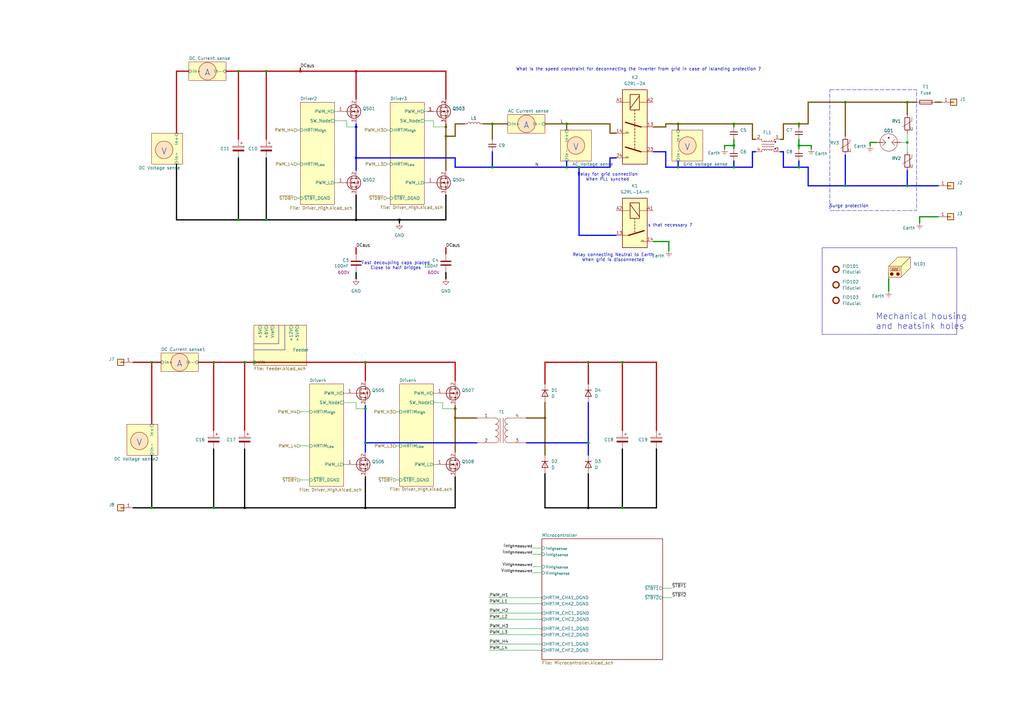
<source format=kicad_sch>
(kicad_sch (version 20250114) (generator "eeschema") (generator_version "9.0")
  (paper "A3")
  (title_block (title "Micro-inverter - 400W") (date "2024-02-06") (rev "A") (comment 1 "JAL") (comment 2 "JAL") (comment 3 "JAL") (comment 4 "PREL"))
  (lib_symbols
    (symbol "Connector_Generic:Conn_01x01" (pin_names (offset 1.016) (hide yes))
      (property "Reference" "J" (at 0 2.54 0))
      (property "Value" "Conn_01x01" (at 0 -2.54 0))
      (symbol "Conn_01x01_1_1"
        (pin passive line (at -5.08 0 0) (length 3.81) (name "Pin_1") (number "1"))
      )
    )
    (symbol "Device:C" (pin_numbers (hide yes)) (pin_names (offset 0.254))
      (property "Reference" "C" (at 0.635 2.54 0))
      (property "Value" "C" (at 0.635 -2.54 0))
      (symbol "C_1_1"
        (pin passive line (at 0 3.81 270) (length 2.794) (name "~") (number "1"))
        (pin passive line (at 0 -3.81 90) (length 2.794) (name "~") (number "2"))
      )
    )
    (symbol "Device:C_Polarized" (pin_numbers (hide yes)) (pin_names (offset 0.254))
      (property "Reference" "C" (at 0.635 2.54 0))
      (property "Value" "C_Polarized" (at 0.635 -2.54 0))
      (symbol "C_Polarized_1_1"
        (pin passive line (at 0 3.81 270) (length 2.794) (name "~") (number "1"))
        (pin passive line (at 0 -3.81 90) (length 2.794) (name "~") (number "2"))
      )
    )
    (symbol "Device:C_Small" (pin_numbers (hide yes)) (pin_names (offset 0.254) (hide yes))
      (property "Reference" "C" (at 0.254 1.778 0))
      (property "Value" "C_Small" (at 0.254 -2.032 0))
      (symbol "C_Small_1_1"
        (pin passive line (at 0 2.54 270) (length 2.032) (name "~") (number "1"))
        (pin passive line (at 0 -2.54 90) (length 2.032) (name "~") (number "2"))
      )
    )
    (symbol "Device:D" (pin_numbers (hide yes)) (pin_names (offset 1.016) (hide yes))
      (property "Reference" "D" (at 0 2.54 0))
      (property "Value" "D" (at 0 -2.54 0))
      (symbol "D_1_1"
        (pin passive line (at -3.81 0 0) (length 2.54) (name "K") (number "1"))
        (pin passive line (at 3.81 0 180) (length 2.54) (name "A") (number "2"))
      )
    )
    (symbol "Device:Filter_EMI_CommonMode" (pin_names (offset 0.254) (hide yes))
      (property "Reference" "FL" (at 0 4.445 0))
      (property "Value" "Filter_EMI_CommonMode" (at 0 -4.445 0))
      (symbol "Filter_EMI_CommonMode_1_1"
        (pin passive line (at -5.08 2.54 0) (length 2.54) (name "1") (number "1"))
        (pin passive line (at -5.08 -2.54 0) (length 2.54) (name "3") (number "3"))
        (pin passive line (at 5.08 2.54 180) (length 2.54) (name "2") (number "2"))
        (pin passive line (at 5.08 -2.54 180) (length 2.54) (name "4") (number "4"))
      )
    )
    (symbol "Device:Fuse" (pin_numbers (hide yes)) (pin_names (offset 0))
      (property "Reference" "F" (at 2.032 0 90))
      (property "Value" "Fuse" (at -1.905 0 90))
      (symbol "Fuse_1_1"
        (pin passive line (at 0 3.81 270) (length 1.27) (name "~") (number "1"))
        (pin passive line (at 0 -3.81 90) (length 1.27) (name "~") (number "2"))
      )
    )
    (symbol "Device:GDT_2Pin" (pin_numbers (hide yes))
      (property "Reference" "GD" (at 5.08 0 90))
      (property "Value" "GDT_2Pin" (at 7.62 0 90))
      (symbol "GDT_2Pin_1_1"
        (pin passive line (at 0 5.08 270) (length 2.54) (name "~") (number "3"))
        (pin passive line (at 0 -5.08 90) (length 2.54) (name "~") (number "1"))
      )
    )
    (symbol "Device:L" (pin_numbers (hide yes)) (pin_names (offset 1.016) (hide yes))
      (property "Reference" "L" (at -1.27 0 90))
      (property "Value" "L" (at 1.905 0 90))
      (symbol "L_1_1"
        (pin passive line (at 0 3.81 270) (length 1.27) (name "1") (number "1"))
        (pin passive line (at 0 -3.81 90) (length 1.27) (name "2") (number "2"))
      )
    )
    (symbol "Device:Transformer_1P_1S" (pin_names (offset 1.016) (hide yes))
      (property "Reference" "T" (at 0 6.35 0))
      (property "Value" "Transformer_1P_1S" (at 0 -7.62 0))
      (symbol "Transformer_1P_1S_1_1"
        (pin passive line (at -10.16 5.08 0) (length 7.62) (name "AA") (number "1"))
        (pin passive line (at -10.16 -5.08 0) (length 7.62) (name "AB") (number "2"))
        (pin passive line (at 10.16 5.08 180) (length 7.62) (name "SB") (number "4"))
        (pin passive line (at 10.16 -5.08 180) (length 7.62) (name "SA") (number "3"))
      )
    )
    (symbol "Device:Varistor" (pin_numbers (hide yes)) (pin_names (offset 0))
      (property "Reference" "RV" (at 3.175 0 90))
      (property "Value" "Varistor" (at -3.175 0 90))
      (symbol "Varistor_0_0"
        (text "U" (at -1.778 -2.032 0) (effects (font (size 1.27 1.27))))
      )
      (symbol "Varistor_1_1"
        (pin passive line (at 0 3.81 270) (length 1.27) (name "~") (number "1"))
        (pin passive line (at 0 -3.81 90) (length 1.27) (name "~") (number "2"))
      )
    )
    (symbol "GND_1" (power) (pin_numbers (hide yes)) (pin_names (offset 0) (hide yes))
      (property "Value" "GND" (at 0 -3.81 0))
      (symbol "GND_1_1_1"
        (pin power_in line (at 0 0 270) (length 0) (name "~") (number "1"))
      )
    )
    (symbol "Mechanical:Fiducial"
      (property "Reference" "FID" (at 0 5.08 0))
      (property "Value" "Fiducial" (at 0 3.175 0))
    )
    (symbol "Mechanical:Housing_Pad" (pin_numbers (hide yes)) (pin_names (offset 1.016) (hide yes))
      (property "Reference" "N" (at 4.445 0 0))
      (property "Value" "Housing_Pad" (at 4.445 -1.905 0))
      (symbol "Housing_Pad_1_1"
        (pin input line (at -5.08 -5.08 90) (length 2.54) (name "PAD") (number "1"))
      )
    )
    (symbol "Relay:G2RL-1A-H"
      (property "Reference" "K" (at 11.43 3.81 0))
      (property "Value" "G2RL-1A-H" (at 11.43 1.27 0))
      (symbol "G2RL-1A-H_1_1"
        (pin passive line (at -5.08 7.62 270) (length 2.54) (name "~") (number "A1"))
        (pin passive line (at -5.08 -7.62 90) (length 2.54) (name "~") (number "A2"))
        (pin passive line (at 5.08 -7.62 90) (length 2.54) (name "~") (number "13"))
        (pin passive line (at 7.62 7.62 270) (length 2.54) (name "~") (number "14"))
      )
    )
    (symbol "Relay:G2RL-2A"
      (property "Reference" "K" (at 16.51 3.81 0))
      (property "Value" "G2RL-2A" (at 16.51 1.27 0))
      (symbol "G2RL-2A_1_1"
        (pin passive line (at -10.16 7.62 270) (length 2.54) (name "~") (number "A1"))
        (pin passive line (at -10.16 -7.62 90) (length 2.54) (name "~") (number "A2"))
        (pin passive line (at 0 -7.62 90) (length 2.54) (name "~") (number "13"))
        (pin passive line (at 2.54 7.62 270) (length 2.54) (name "~") (number "14"))
        (pin passive line (at 10.16 -7.62 90) (length 2.54) (name "~") (number "23"))
        (pin passive line (at 12.7 7.62 270) (length 2.54) (name "~") (number "24"))
      )
    )
    (symbol "Transistor_FET:QM6006D" (pin_names (hide yes))
      (property "Reference" "Q" (at 5.08 1.905 0))
      (property "Value" "QM6006D" (at 5.08 0 0))
      (symbol "QM6006D_1_1"
        (pin input line (at -5.08 0 0) (length 2.54) (name "G") (number "1"))
        (pin passive line (at 2.54 5.08 270) (length 2.54) (name "D") (number "2"))
        (pin passive line (at 2.54 -5.08 90) (length 2.54) (name "S") (number "3"))
      )
    )
    (symbol "power:Earth" (power) (pin_numbers (hide yes)) (pin_names (offset 0) (hide yes))
      (property "Value" "Earth" (at 0 -3.81 0))
      (symbol "Earth_1_1"
        (pin power_in line (at 0 0 270) (length 0) (name "~") (number "1"))
      )
    )
  )
  (circle (center 57.15 180.848) (radius 3.5921) (stroke (width 0) (color 132 0 0 1)) (fill (type color) (color 255 229 191 1)))
  (circle (center 73.66 148.59) (radius 3.5921) (stroke (width 0) (color 132 0 0 1)) (fill (type color) (color 255 229 191 1)))
  (rectangle (start 337.185 101.6) (end 392.43 137.16))
  (circle (center 281.94 59.69) (radius 3.5921) (stroke (width 0) (color 132 0 0 1)) (fill (type color) (color 255 229 191 1)))
  (circle (center 67.31 61.468) (radius 3.5921) (stroke (width 0) (color 132 0 0 1)) (fill (type color) (color 255 229 191 1)))
  (circle (center 85.09 29.21) (radius 3.5921) (stroke (width 0) (color 132 0 0 1)) (fill (type color) (color 255 229 191 1)))
  (rectangle (start 340.36 36.83) (end 375.92 86.36) (stroke (width 0) (type dash)))
  (circle (center 215.9 50.8) (radius 3.5921) (stroke (width 0) (color 132 0 0 1)) (fill (type color) (color 255 229 191 1)))
  (circle (center 236.22 59.69) (radius 3.5921) (stroke (width 0) (color 132 0 0 1)) (fill (type color) (color 255 229 191 1)))
  (text "What is the speed constraint for deconnecting the inverter from grid in case of islanding protection ? " (at 262.382 28.448 0) (effects (font (size 1.27 1.27))))
  (text "Is that necessary ?" (at 274.574 92.456 0) (effects (font (size 1.27 1.27))))
  (text "Relay connecting Neutral to Earth\nWhen grid is disconnected" (at 251.46 105.664 0) (effects (font (size 1.27 1.27))))
  (text "Relay for grid connection\nWhen PLL synched" (at 249.174 72.644 0) (effects (font (size 1.27 1.27))))
  (text "Fast decoupling caps placed\nClose to half bridges" (at 162.306 108.966 0) (effects (font (size 1.27 1.27))))
  (text "Surge protection" (at 348.234 84.582 0) (effects (font (size 1.27 1.27))))
  (text "V" (at 281.94 60.452 0) (effects (font (size 2.54 2.54))))
  (text "A" (at 73.66 149.352 0) (effects (font (size 2.54 2.54))))
  (text "V" (at 236.22 60.452 0) (effects (font (size 2.54 2.54))))
  (text "V" (at 67.31 62.23 0) (effects (font (size 2.54 2.54))))
  (text "Mechanical housing \nand heatsink holes" (at 359.156 135.382 0) (effects (font (size 2.5 2.5)) (justify left bottom)))
  (text "V" (at 57.15 181.61 0) (effects (font (size 2.54 2.54))))
  (text "A" (at 215.9 51.562 0) (effects (font (size 2.54 2.54))))
  (text "A" (at 85.09 29.972 0) (effects (font (size 2.54 2.54))))
  (junction (at 232.41 50.8))
  (junction (at 149.86 167.64))
  (junction (at 149.86 148.59))
  (junction (at 87.63 208.28))
  (junction (at 104.14 148.59))
  (junction (at 300.99 59.69))
  (junction (at 97.79 29.21))
  (junction (at 300.99 50.8))
  (junction (at 146.05 29.21) (color 194 0 0 1))
  (junction (at 146.05 90.17) (color 0 0 0 1))
  (junction (at 123.19 29.21) (color 194 0 0 1))
  (junction (at 346.71 76.2))
  (junction (at 109.22 90.17))
  (junction (at 100.33 208.28) (color 0 0 0 1))
  (junction (at 100.33 148.59))
  (junction (at 241.3 208.28) (color 0 0 0 1))
  (junction (at 241.3 148.59))
  (junction (at 149.86 208.28) (color 0 0 0 1))
  (junction (at 182.88 52.07) (color 128 77 0 1))
  (junction (at 346.71 41.91))
  (junction (at 186.69 171.45) (color 128 77 0 1))
  (junction (at 201.93 68.58))
  (junction (at 62.23 208.28))
  (junction (at 278.13 50.8))
  (junction (at 182.88 55.88) (color 128 77 0 1))
  (junction (at 87.63 148.59))
  (junction (at 149.86 181.61))
  (junction (at 109.22 29.21))
  (junction (at 327.66 59.69))
  (junction (at 223.52 171.45) (color 128 77 0 1))
  (junction (at 241.3 181.61))
  (junction (at 300.99 68.58))
  (junction (at 62.23 148.59))
  (junction (at 278.13 68.58))
  (junction (at 146.05 64.77) (color 0 0 255 1))
  (junction (at 372.11 41.91))
  (junction (at 255.27 148.59))
  (junction (at 201.93 50.8))
  (junction (at 232.41 68.58))
  (junction (at 186.69 167.64) (color 128 77 0 1))
  (junction (at 163.83 90.17) (color 0 0 0 1))
  (junction (at 327.66 50.8))
  (junction (at 237.49 68.58))
  (junction (at 372.11 76.2))
  (junction (at 372.11 58.42))
  (junction (at 146.05 52.07) (color 0 0 255 1))
  (junction (at 97.79 90.17))
  (junction (at 327.66 68.58))
  (junction (at 255.27 208.28))
  (wire (pts (xy 186.69 171.45) (xy 195.58 171.45)) (stroke (width 0.5) (color 128 77 0 1)))
  (wire (pts (xy 255.27 208.28) (xy 269.24 208.28)) (stroke (width 0.5) (color 0 0 0 1)))
  (polyline (pts (xy 104.14 140.97) (xy 114.3 140.97)))
  (wire (pts (xy 383.54 41.91) (xy 386.08 41.91)) (stroke (width 0.5) (color 128 77 0 1)))
  (wire (pts (xy 182.88 50.8) (xy 182.88 52.07)) (stroke (width 0.5) (color 128 77 0 1)))
  (wire (pts (xy 237.49 68.58) (xy 237.49 96.52)) (stroke (width 0.5) (color 0 0 255 1)))
  (wire (pts (xy 346.71 41.91) (xy 372.11 41.91)) (stroke (width 0.5) (color 128 77 0 1)))
  (wire (pts (xy 186.69 55.88) (xy 186.69 50.8)) (stroke (width 0.5) (color 128 77 0 1)))
  (wire (pts (xy 54.61 208.28) (xy 62.23 208.28)) (stroke (width 0.5) (color 0 0 0 1)))
  (wire (pts (xy 142.24 52.07) (xy 146.05 52.07)))
  (wire (pts (xy 269.24 176.53) (xy 269.24 148.59)) (stroke (width 0.5) (color 194 0 0 1)))
  (wire (pts (xy 223.52 148.59) (xy 241.3 148.59)) (stroke (width 0.5) (color 194 0 0 1)))
  (wire (pts (xy 54.61 148.59) (xy 62.23 148.59)) (stroke (width 0.5) (color 194 0 0 1)))
  (wire (pts (xy 149.86 181.61) (xy 149.86 185.42)) (stroke (width 0.5) (color 0 0 255 1)))
  (wire (pts (xy 300.99 59.69) (xy 300.99 60.96)) (stroke (width 0.5)))
  (wire (pts (xy 123.19 196.85) (xy 127 196.85)))
  (wire (pts (xy 181.61 165.1) (xy 181.61 167.64)))
  (wire (pts (xy 241.3 148.59) (xy 241.3 157.48)) (stroke (width 0.5) (color 194 0 0 1)))
  (wire (pts (xy 72.39 29.21) (xy 72.39 54.61)) (stroke (width 0.5) (color 194 0 0 1)))
  (wire (pts (xy 200.66 247.65) (xy 222.25 247.65)))
  (wire (pts (xy 186.69 64.77) (xy 186.69 68.58)) (stroke (width 0.5) (color 0 0 255 1)))
  (wire (pts (xy 359.41 58.42) (xy 356.87 58.42)) (stroke (width 0.5)))
  (wire (pts (xy 372.11 41.91) (xy 372.11 46.99)) (stroke (width 0.5) (color 128 77 0 1)))
  (wire (pts (xy 372.11 62.23) (xy 372.11 58.42)))
  (wire (pts (xy 182.88 80.01) (xy 182.88 90.17)) (stroke (width 0.5) (color 0 0 0 1)))
  (wire (pts (xy 223.52 50.8) (xy 232.41 50.8)) (stroke (width 0.5) (color 128 77 0 1)))
  (wire (pts (xy 146.05 50.8) (xy 146.05 52.07)) (stroke (width 0.5) (color 0 0 255 1)))
  (wire (pts (xy 177.8 161.29) (xy 179.07 161.29)))
  (wire (pts (xy 201.93 68.58) (xy 232.41 68.58)) (stroke (width 0.5) (color 0 0 255 1)))
  (wire (pts (xy 163.83 90.17) (xy 163.83 91.44)) (stroke (width 0.5) (color 0 0 0 1)))
  (wire (pts (xy 142.24 49.53) (xy 142.24 52.07)))
  (wire (pts (xy 109.22 90.17) (xy 146.05 90.17)) (stroke (width 0.5) (color 0 0 0 1)))
  (wire (pts (xy 232.41 50.8) (xy 250.19 50.8)) (stroke (width 0.5) (color 128 77 0 1)))
  (wire (pts (xy 278.13 50.8) (xy 278.13 53.34)) (stroke (width 0.5) (color 128 77 0 1)))
  (wire (pts (xy 158.75 81.28) (xy 160.02 81.28)))
  (wire (pts (xy 372.11 58.42) (xy 369.57 58.42)))
  (wire (pts (xy 123.19 67.31) (xy 121.92 67.31)))
  (wire (pts (xy 327.66 50.8) (xy 327.66 52.07)) (stroke (width 0.5) (color 128 77 0 1)))
  (wire (pts (xy 182.88 29.21) (xy 182.88 40.64)) (stroke (width 0.5) (color 194 0 0 1)))
  (wire (pts (xy 364.49 114.3) (xy 364.49 119.38)) (stroke (width 0.5)))
  (wire (pts (xy 97.79 29.21) (xy 109.22 29.21)) (stroke (width 0.5) (color 194 0 0 1)))
  (wire (pts (xy 201.93 50.8) (xy 208.28 50.8)) (stroke (width 0.5) (color 128 77 0 1)))
  (wire (pts (xy 327.66 57.15) (xy 327.66 59.69)) (stroke (width 0.5)))
  (wire (pts (xy 97.79 64.77) (xy 97.79 90.17)) (stroke (width 0.5) (color 0 0 0 1)))
  (wire (pts (xy 331.47 76.2) (xy 331.47 68.58)) (stroke (width 0.5) (color 0 0 255 1)))
  (wire (pts (xy 255.27 148.59) (xy 241.3 148.59)) (stroke (width 0.5) (color 194 0 0 1)))
  (wire (pts (xy 121.92 81.28) (xy 123.19 81.28)))
  (wire (pts (xy 297.18 59.69) (xy 300.99 59.69)) (stroke (width 0.5)))
  (wire (pts (xy 273.05 68.58) (xy 278.13 68.58)) (stroke (width 0.5) (color 0 0 255 1)))
  (wire (pts (xy 87.63 148.59) (xy 100.33 148.59)) (stroke (width 0.5) (color 194 0 0 1)))
  (wire (pts (xy 218.44 234.95) (xy 222.25 234.95)))
  (polyline (pts (xy 116.84 133.35) (xy 116.84 143.51)))
  (wire (pts (xy 297.18 59.69) (xy 297.18 60.96)) (stroke (width 0.5)))
  (wire (pts (xy 267.97 62.23) (xy 273.05 62.23)) (stroke (width 0.5) (color 0 0 255 1)))
  (wire (pts (xy 255.27 208.28) (xy 255.27 184.15)) (stroke (width 0.5) (color 0 0 0 1)))
  (wire (pts (xy 186.69 166.37) (xy 186.69 167.64)) (stroke (width 0.5) (color 128 77 0 1)))
  (wire (pts (xy 146.05 111.76) (xy 146.05 114.3)) (stroke (width 0.5) (color 0 0 0 1)))
  (wire (pts (xy 149.86 195.58) (xy 149.86 208.28)) (stroke (width 0.5) (color 0 0 0 1)))
  (wire (pts (xy 308.61 57.15) (xy 308.61 50.8)) (stroke (width 0.5) (color 128 77 0 1)))
  (wire (pts (xy 200.66 260.35) (xy 222.25 260.35)))
  (wire (pts (xy 200.66 245.11) (xy 222.25 245.11)))
  (wire (pts (xy 321.31 57.15) (xy 321.31 50.8)) (stroke (width 0.5) (color 128 77 0 1)))
  (wire (pts (xy 137.16 74.93) (xy 138.43 74.93)))
  (wire (pts (xy 123.19 53.34) (xy 121.92 53.34)))
  (wire (pts (xy 149.86 166.37) (xy 149.86 167.64)) (stroke (width 0.5) (color 0 0 255 1)))
  (wire (pts (xy 232.41 66.04) (xy 232.41 68.58)) (stroke (width 0.5) (color 0 0 255 1)))
  (wire (pts (xy 72.39 29.21) (xy 77.47 29.21)) (stroke (width 0.5) (color 194 0 0 1)))
  (wire (pts (xy 177.8 52.07) (xy 182.88 52.07)))
  (wire (pts (xy 327.66 66.04) (xy 327.66 68.58)) (stroke (width 0.5) (color 0 0 255 1)))
  (wire (pts (xy 218.44 232.41) (xy 222.25 232.41)))
  (wire (pts (xy 177.8 165.1) (xy 181.61 165.1)))
  (wire (pts (xy 100.33 208.28) (xy 149.86 208.28)) (stroke (width 0.5) (color 0 0 0 1)))
  (wire (pts (xy 186.69 167.64) (xy 186.69 171.45)) (stroke (width 0.5) (color 128 77 0 1)))
  (wire (pts (xy 300.99 50.8) (xy 300.99 52.07)) (stroke (width 0.5) (color 128 77 0 1)))
  (wire (pts (xy 146.05 64.77) (xy 146.05 69.85)) (stroke (width 0.5) (color 0 0 255 1)))
  (wire (pts (xy 321.31 62.23) (xy 320.04 62.23)) (stroke (width 0.5) (color 0 0 255 1)))
  (wire (pts (xy 223.52 208.28) (xy 241.3 208.28)) (stroke (width 0.5) (color 0 0 0 1)))
  (wire (pts (xy 186.69 68.58) (xy 201.93 68.58)) (stroke (width 0.5) (color 0 0 255 1)))
  (wire (pts (xy 109.22 64.77) (xy 109.22 90.17)) (stroke (width 0.5) (color 0 0 0 1)))
  (wire (pts (xy 62.23 148.59) (xy 66.04 148.59)) (stroke (width 0.5) (color 194 0 0 1)))
  (wire (pts (xy 250.19 54.61) (xy 252.73 54.61)) (stroke (width 0.5) (color 128 77 0 1)))
  (wire (pts (xy 327.66 68.58) (xy 321.31 68.58)) (stroke (width 0.5) (color 0 0 255 1)))
  (wire (pts (xy 372.11 69.85) (xy 372.11 76.2)) (stroke (width 0.5) (color 0 0 255 1)))
  (wire (pts (xy 331.47 41.91) (xy 331.47 50.8)) (stroke (width 0.5) (color 128 77 0 1)))
  (wire (pts (xy 278.13 50.8) (xy 300.99 50.8)) (stroke (width 0.5) (color 128 77 0 1)))
  (wire (pts (xy 146.05 167.64) (xy 149.86 167.64)))
  (wire (pts (xy 146.05 80.01) (xy 146.05 90.17)) (stroke (width 0.5) (color 0 0 0 1)))
  (wire (pts (xy 200.66 254) (xy 222.25 254)))
  (wire (pts (xy 127 182.88) (xy 123.19 182.88)))
  (wire (pts (xy 271.78 245.11) (xy 275.59 245.11)))
  (wire (pts (xy 308.61 57.15) (xy 309.88 57.15)) (stroke (width 0.5) (color 128 77 0 1)))
  (wire (pts (xy 346.71 76.2) (xy 372.11 76.2)) (stroke (width 0.5) (color 0 0 255 1)))
  (wire (pts (xy 232.41 68.58) (xy 237.49 68.58)) (stroke (width 0.5) (color 0 0 255 1)))
  (wire (pts (xy 97.79 57.15) (xy 97.79 29.21)) (stroke (width 0.5) (color 194 0 0 1)))
  (wire (pts (xy 241.3 181.61) (xy 215.9 181.61)) (stroke (width 0.5) (color 0 0 255 1)))
  (wire (pts (xy 97.79 90.17) (xy 109.22 90.17)) (stroke (width 0.5) (color 0 0 0 1)))
  (wire (pts (xy 127 168.91) (xy 123.19 168.91)))
  (wire (pts (xy 72.39 90.17) (xy 72.39 67.31)) (stroke (width 0.5) (color 0 0 0 1)))
  (wire (pts (xy 332.74 59.69) (xy 332.74 60.96)) (stroke (width 0.5)))
  (wire (pts (xy 250.19 68.58) (xy 250.19 64.77)) (stroke (width 0.5) (color 0 0 255 1)))
  (wire (pts (xy 273.05 50.8) (xy 278.13 50.8)) (stroke (width 0.5) (color 128 77 0 1)))
  (wire (pts (xy 146.05 29.21) (xy 182.88 29.21)) (stroke (width 0.5) (color 194 0 0 1)))
  (wire (pts (xy 123.19 27.94) (xy 123.19 29.21)) (stroke (width 0.5) (color 194 0 0 1)))
  (wire (pts (xy 140.97 165.1) (xy 146.05 165.1)))
  (wire (pts (xy 163.83 168.91) (xy 162.56 168.91)))
  (wire (pts (xy 377.19 88.9) (xy 377.19 91.44)) (stroke (width 0.5)))
  (wire (pts (xy 356.87 58.42) (xy 356.87 59.69)) (stroke (width 0.5)))
  (wire (pts (xy 149.86 181.61) (xy 195.58 181.61)) (stroke (width 0.5) (color 0 0 255 1)))
  (wire (pts (xy 274.32 102.87) (xy 274.32 99.06)) (stroke (width 0.5)))
  (wire (pts (xy 320.04 57.15) (xy 321.31 57.15)) (stroke (width 0.5) (color 128 77 0 1)))
  (wire (pts (xy 308.61 62.23) (xy 309.88 62.23)) (stroke (width 0.5) (color 0 0 255 1)))
  (wire (pts (xy 72.39 90.17) (xy 97.79 90.17)) (stroke (width 0.5) (color 0 0 0 1)))
  (wire (pts (xy 223.52 194.31) (xy 223.52 208.28)) (stroke (width 0.5) (color 0 0 0 1)))
  (wire (pts (xy 109.22 29.21) (xy 123.19 29.21)) (stroke (width 0.5) (color 194 0 0 1)))
  (wire (pts (xy 160.02 53.34) (xy 158.75 53.34)))
  (wire (pts (xy 269.24 184.15) (xy 269.24 208.28)) (stroke (width 0.5) (color 0 0 0 1)))
  (wire (pts (xy 100.33 148.59) (xy 104.14 148.59)) (stroke (width 0.5) (color 194 0 0 1)))
  (wire (pts (xy 300.99 68.58) (xy 308.61 68.58)) (stroke (width 0.5) (color 0 0 255 1)))
  (wire (pts (xy 241.3 194.31) (xy 241.3 208.28)) (stroke (width 0.5) (color 0 0 0 1)))
  (wire (pts (xy 223.52 171.45) (xy 215.9 171.45)) (stroke (width 0.5) (color 128 77 0 1)))
  (wire (pts (xy 201.93 50.8) (xy 201.93 57.15)) (stroke (width 0.5) (color 128 77 0 1)))
  (wire (pts (xy 149.86 208.28) (xy 186.69 208.28)) (stroke (width 0.5) (color 0 0 0 1)))
  (wire (pts (xy 218.44 224.79) (xy 222.25 224.79)))
  (wire (pts (xy 81.28 148.59) (xy 87.63 148.59)) (stroke (width 0.5) (color 194 0 0 1)))
  (wire (pts (xy 232.41 50.8) (xy 232.41 53.34)) (stroke (width 0.5) (color 128 77 0 1)))
  (wire (pts (xy 274.32 99.06) (xy 267.97 99.06)) (stroke (width 0.5)))
  (wire (pts (xy 149.86 148.59) (xy 186.69 148.59)) (stroke (width 0.5) (color 194 0 0 1)))
  (wire (pts (xy 186.69 171.45) (xy 186.69 185.42)) (stroke (width 0.5) (color 128 77 0 1)))
  (wire (pts (xy 267.97 52.07) (xy 273.05 52.07)) (stroke (width 0.5) (color 128 77 0 1)))
  (wire (pts (xy 321.31 62.23) (xy 321.31 68.58)) (stroke (width 0.5) (color 0 0 255 1)))
  (wire (pts (xy 186.69 50.8) (xy 190.5 50.8)) (stroke (width 0.5) (color 128 77 0 1)))
  (wire (pts (xy 149.86 167.64) (xy 149.86 181.61)) (stroke (width 0.5) (color 0 0 255 1)))
  (wire (pts (xy 273.05 52.07) (xy 273.05 50.8)) (stroke (width 0.5) (color 128 77 0 1)))
  (wire (pts (xy 160.02 67.31) (xy 158.75 67.31)))
  (wire (pts (xy 241.3 165.1) (xy 241.3 181.61)) (stroke (width 0.5) (color 0 0 255 1)))
  (wire (pts (xy 62.23 208.28) (xy 87.63 208.28)) (stroke (width 0.5) (color 0 0 0 1)))
  (wire (pts (xy 331.47 41.91) (xy 346.71 41.91)) (stroke (width 0.5) (color 128 77 0 1)))
  (wire (pts (xy 308.61 68.58) (xy 308.61 62.23)) (stroke (width 0.5) (color 0 0 255 1)))
  (wire (pts (xy 186.69 195.58) (xy 186.69 208.28)) (stroke (width 0.5) (color 0 0 0 1)))
  (wire (pts (xy 271.78 241.3) (xy 275.59 241.3)))
  (wire (pts (xy 332.74 59.69) (xy 327.66 59.69)) (stroke (width 0.5)))
  (wire (pts (xy 182.88 111.76) (xy 182.88 114.3)) (stroke (width 0.5) (color 0 0 0 1)))
  (wire (pts (xy 255.27 148.59) (xy 269.24 148.59)) (stroke (width 0.5) (color 194 0 0 1)))
  (wire (pts (xy 200.66 266.7) (xy 222.25 266.7)))
  (wire (pts (xy 200.66 251.46) (xy 222.25 251.46)))
  (wire (pts (xy 229.87 50.8) (xy 232.41 50.8)))
  (wire (pts (xy 109.22 57.15) (xy 109.22 29.21)) (stroke (width 0.5) (color 194 0 0 1)))
  (wire (pts (xy 223.52 171.45) (xy 223.52 186.69)) (stroke (width 0.5) (color 128 77 0 1)))
  (wire (pts (xy 273.05 62.23) (xy 273.05 68.58)) (stroke (width 0.5) (color 0 0 255 1)))
  (wire (pts (xy 173.99 49.53) (xy 177.8 49.53)))
  (wire (pts (xy 327.66 68.58) (xy 331.47 68.58)) (stroke (width 0.5) (color 0 0 255 1)))
  (wire (pts (xy 372.11 41.91) (xy 375.92 41.91)) (stroke (width 0.5) (color 128 77 0 1)))
  (wire (pts (xy 218.44 227.33) (xy 222.25 227.33)))
  (wire (pts (xy 186.69 148.59) (xy 186.69 156.21)) (stroke (width 0.5) (color 194 0 0 1)))
  (wire (pts (xy 149.86 148.59) (xy 149.86 156.21)) (stroke (width 0.5) (color 194 0 0 1)))
  (wire (pts (xy 372.11 54.61) (xy 372.11 58.42)))
  (wire (pts (xy 255.27 176.53) (xy 255.27 148.59)) (stroke (width 0.5) (color 194 0 0 1)))
  (wire (pts (xy 331.47 76.2) (xy 346.71 76.2)) (stroke (width 0.5) (color 0 0 255 1)))
  (wire (pts (xy 182.88 55.88) (xy 186.69 55.88)) (stroke (width 0.5) (color 128 77 0 1)))
  (wire (pts (xy 140.97 190.5) (xy 142.24 190.5)))
  (wire (pts (xy 198.12 50.8) (xy 201.93 50.8)) (stroke (width 0.5) (color 128 77 0 1)))
  (wire (pts (xy 321.31 50.8) (xy 327.66 50.8)) (stroke (width 0.5) (color 128 77 0 1)))
  (wire (pts (xy 177.8 190.5) (xy 179.07 190.5)))
  (wire (pts (xy 250.19 64.77) (xy 252.73 64.77)) (stroke (width 0.5) (color 0 0 255 1)))
  (wire (pts (xy 200.66 257.81) (xy 222.25 257.81)))
  (wire (pts (xy 62.23 148.59) (xy 62.23 173.99)) (stroke (width 0.5) (color 194 0 0 1)))
  (wire (pts (xy 123.19 29.21) (xy 146.05 29.21)) (stroke (width 0.5) (color 194 0 0 1)))
  (wire (pts (xy 87.63 208.28) (xy 87.63 184.15)) (stroke (width 0.5) (color 0 0 0 1)))
  (wire (pts (xy 384.81 88.9) (xy 377.19 88.9)) (stroke (width 0.5)))
  (wire (pts (xy 146.05 90.17) (xy 163.83 90.17)) (stroke (width 0.5) (color 0 0 0 1)))
  (wire (pts (xy 146.05 167.64) (xy 146.05 165.1)))
  (wire (pts (xy 92.71 29.21) (xy 97.79 29.21)) (stroke (width 0.5) (color 194 0 0 1)))
  (wire (pts (xy 300.99 50.8) (xy 308.61 50.8)) (stroke (width 0.5) (color 128 77 0 1)))
  (wire (pts (xy 146.05 64.77) (xy 186.69 64.77)) (stroke (width 0.5) (color 0 0 255 1)))
  (wire (pts (xy 104.14 148.59) (xy 149.86 148.59)) (stroke (width 0.5) (color 194 0 0 1)))
  (polyline (pts (xy 114.3 133.35) (xy 114.3 140.97)))
  (wire (pts (xy 100.33 208.28) (xy 87.63 208.28)) (stroke (width 0.5) (color 0 0 0 1)))
  (wire (pts (xy 162.56 196.85) (xy 163.83 196.85)))
  (wire (pts (xy 223.52 148.59) (xy 223.52 157.48)) (stroke (width 0.5) (color 194 0 0 1)))
  (wire (pts (xy 173.99 74.93) (xy 175.26 74.93)))
  (polyline (pts (xy 104.14 143.51) (xy 116.84 143.51)))
  (wire (pts (xy 300.99 57.15) (xy 300.99 59.69)) (stroke (width 0.5)))
  (wire (pts (xy 237.49 68.58) (xy 250.19 68.58)) (stroke (width 0.5) (color 0 0 255 1)))
  (wire (pts (xy 182.88 55.88) (xy 182.88 69.85)) (stroke (width 0.5) (color 128 77 0 1)))
  (wire (pts (xy 100.33 184.15) (xy 100.33 208.28)) (stroke (width 0.5) (color 0 0 0 1)))
  (wire (pts (xy 372.11 76.2) (xy 384.81 76.2)) (stroke (width 0.5) (color 0 0 255 1)))
  (wire (pts (xy 327.66 50.8) (xy 331.47 50.8)) (stroke (width 0.5) (color 128 77 0 1)))
  (wire (pts (xy 241.3 181.61) (xy 241.3 186.69)) (stroke (width 0.5) (color 0 0 255 1)))
  (wire (pts (xy 146.05 101.6) (xy 146.05 104.14)) (stroke (width 0.5) (color 194 0 0 1)))
  (wire (pts (xy 137.16 45.72) (xy 138.43 45.72)))
  (wire (pts (xy 146.05 29.21) (xy 146.05 40.64)) (stroke (width 0.5) (color 194 0 0 1)))
  (wire (pts (xy 149.86 167.64) (xy 149.86 166.37)))
  (wire (pts (xy 346.71 63.5) (xy 346.71 76.2)) (stroke (width 0.5) (color 0 0 255 1)))
  (wire (pts (xy 300.99 66.04) (xy 300.99 68.58)) (stroke (width 0.5) (color 0 0 255 1)))
  (wire (pts (xy 346.71 41.91) (xy 346.71 55.88)) (stroke (width 0.5) (color 128 77 0 1)))
  (wire (pts (xy 327.66 59.69) (xy 327.66 60.96)) (stroke (width 0.5)))
  (wire (pts (xy 201.93 62.23) (xy 201.93 68.58)) (stroke (width 0.5) (color 0 0 255 1)))
  (wire (pts (xy 87.63 176.53) (xy 87.63 148.59)) (stroke (width 0.5) (color 194 0 0 1)))
  (wire (pts (xy 163.83 90.17) (xy 182.88 90.17)) (stroke (width 0.5) (color 0 0 0 1)))
  (wire (pts (xy 177.8 49.53) (xy 177.8 52.07)))
  (wire (pts (xy 181.61 167.64) (xy 186.69 167.64)))
  (wire (pts (xy 62.23 208.28) (xy 62.23 186.69)) (stroke (width 0.5) (color 0 0 0 1)))
  (wire (pts (xy 140.97 161.29) (xy 142.24 161.29)))
  (wire (pts (xy 182.88 101.6) (xy 182.88 104.14)) (stroke (width 0.5) (color 194 0 0 1)))
  (wire (pts (xy 241.3 208.28) (xy 255.27 208.28)) (stroke (width 0.5) (color 0 0 0 1)))
  (wire (pts (xy 100.33 176.53) (xy 100.33 148.59)) (stroke (width 0.5) (color 194 0 0 1)))
  (wire (pts (xy 182.88 52.07) (xy 182.88 55.88)) (stroke (width 0.5) (color 128 77 0 1)))
  (wire (pts (xy 137.16 49.53) (xy 142.24 49.53)))
  (wire (pts (xy 250.19 50.8) (xy 250.19 54.61)) (stroke (width 0.5) (color 128 77 0 1)))
  (wire (pts (xy 163.83 182.88) (xy 162.56 182.88)))
  (wire (pts (xy 223.52 165.1) (xy 223.52 171.45)) (stroke (width 0.5) (color 128 77 0 1)))
  (wire (pts (xy 237.49 96.52) (xy 252.73 96.52)) (stroke (width 0.5) (color 0 0 255 1)))
  (wire (pts (xy 146.05 52.07) (xy 146.05 64.77)) (stroke (width 0.5) (color 0 0 255 1)))
  (wire (pts (xy 173.99 45.72) (xy 175.26 45.72)))
  (wire (pts (xy 278.13 66.04) (xy 278.13 68.58)) (stroke (width 0.5) (color 0 0 255 1)))
  (wire (pts (xy 200.66 264.16) (xy 222.25 264.16)))
  (wire (pts (xy 278.13 68.58) (xy 300.99 68.58)) (stroke (width 0.5) (color 0 0 255 1)))
  (label "I_{IHighmeasured}" (at 218.44 224.79 180))
  (label "PWM_L3" (at 200.66 260.35 0))
  (label "I_{IIHighmeasured}" (at 218.44 227.33 180))
  (label "DC_{BUS}" (at 123.19 27.94 0))
  (label "PWM_H1" (at 200.66 245.11 0))
  (label "N" (at 220.98 68.58 180))
  (label "V_{IHighmeasured}" (at 218.44 232.41 180))
  (label "~{STBY1}" (at 275.59 241.3 0))
  (label "DC_{BUS}" (at 182.88 101.6 0))
  (label "PWM_L4" (at 200.66 266.7 0))
  (label "DC_{BUS}" (at 146.05 101.6 0))
  (label "PWM_H2" (at 200.66 251.46 0))
  (label "PWM_H4" (at 200.66 264.16 0))
  (label "PWM_L2" (at 200.66 254 0))
  (label "~{STBY2}" (at 275.59 245.11 0))
  (label "L" (at 229.87 50.8 0))
  (label "PWM_H3" (at 200.66 257.81 0))
  (label "V_{IIHighmeasured}" (at 218.44 234.95 180))
  (label "PWM_L1" (at 200.66 247.65 0))
  (hierarchical_label "~{STDBY}" (shape input) (at 158.75 81.28 180))
  (hierarchical_label "PWM_L3" (shape input) (at 158.75 67.31 180))
  (hierarchical_label "PWM_H3" (shape input) (at 158.75 53.34 180))
  (hierarchical_label "PWM_L4" (shape input) (at 123.19 182.88 180))
  (hierarchical_label "PWM_H4" (shape input) (at 123.19 168.91 180))
  (hierarchical_label "PWM_H4" (shape input) (at 121.92 53.34 180))
  (hierarchical_label "~{STDBY}" (shape input) (at 162.56 196.85 180))
  (hierarchical_label "~{STDBY}" (shape input) (at 121.92 81.28 180))
  (hierarchical_label "~{STDBY}" (shape input) (at 123.19 196.85 180))
  (hierarchical_label "PWM_L3" (shape input) (at 162.56 182.88 180))
  (hierarchical_label "PWM_H3" (shape input) (at 162.56 168.91 180))
  (hierarchical_label "PWM_L4" (shape input) (at 121.92 67.31 180))
  (symbol (lib_id "Transistor_FET:QM6006D") (at 143.51 74.93 0) (unit 1)
    (property "Reference" "Q502" (at 148.717 73.7616 0) (effects (justify left)))
    (property "Value" "IPD60R210PFD7SAUMA1" (effects (hide yes)))
    (property "Footprint" "Package_TO_SOT_SMD:TO-252-2" (effects (hide yes)))
    (property "Datasheet" "${KIPRJMOD}\\datasheets\\IPD60R210PFD7S.pdf" (effects (hide yes)))
  )
  (symbol (lib_id "Transistor_FET:QM6006D") (at 180.34 45.72 0) (unit 1)
    (property "Reference" "Q503" (at 185.547 44.5516 0) (effects (justify left)))
    (property "Value" "IPD60R210PFD7SAUMA1" (effects (hide yes)))
    (property "Footprint" "Package_TO_SOT_SMD:TO-252-2" (effects (hide yes)))
    (property "Datasheet" "${KIPRJMOD}\\datasheets\\IPD60R210PFD7S.pdf" (effects (hide yes)))
  )
  (symbol (lib_id "Device:C_Small") (at 327.66 54.61 0) (mirror y) (unit 1)
    (property "Reference" "C7" (at 325.12 53.3462 0) (effects (justify left)))
    (property "Value" "C_Small" (effects (hide yes)))
    (property "Description" "Unpolarized capacitor, small symbol" (effects (hide yes)))
  )
  (symbol (lib_id "Device:C_Small") (at 300.99 54.61 0) (unit 1)
    (property "Reference" "C5" (at 303.53 53.3462 0) (effects (justify left)))
    (property "Value" "C_Small" (effects (hide yes)))
    (property "Description" "Unpolarized capacitor, small symbol" (effects (hide yes)))
  )
  (symbol (lib_id "Transistor_FET:QM6006D") (at 147.32 190.5 0) (unit 1)
    (property "Reference" "Q506" (at 152.527 189.3316 0) (effects (justify left)))
    (property "Value" "IPD60R210PFD7SAUMA1" (effects (hide yes)))
    (property "Footprint" "Package_TO_SOT_SMD:TO-252-2" (effects (hide yes)))
    (property "Datasheet" "${KIPRJMOD}\\datasheets\\IPD60R210PFD7S.pdf" (effects (hide yes)))
  )
  (symbol (lib_id "Device:Filter_EMI_CommonMode") (at 314.96 59.69 0) (mirror y) (unit 1)
    (property "Reference" "FL1" (at 314.706 54.356 0))
    (property "Value" "Filter_EMI_CommonMode" (effects (hide yes)))
    (property "Description" "EMI 2-inductor common mode filter" (effects (hide yes)))
  )
  (symbol (lib_id "Device:Varistor") (at 372.11 50.8 0) (mirror y) (unit 1)
    (property "Reference" "RV1" (at 369.57 49.7099 0) (effects (justify left)))
    (property "Value" "Varistor" (effects (hide yes)))
    (property "Description" "Voltage dependent resistor" (effects (hide yes)))
    (property "Sim.Name" "kicad_builtin_varistor" (effects (hide yes)))
    (property "Sim.Device" "SUBCKT" (effects (hide yes)))
    (property "Sim.Pins" "1=A 2=B" (effects (hide yes)))
    (property "Sim.Params" "threshold=1k" (effects (hide yes)))
    (property "Sim.Library" "${KICAD9_SYMBOL_DIR}/Simulation_SPICE.sp" (effects (hide yes)))
  )
  (symbol (lib_id "Device:C_Polarized") (at 109.22 60.96 0) (mirror y) (unit 1)
    (property "Reference" "C10" (at 105.664 60.96 0) (effects (justify left)))
    (property "Value" "C_Polarized" (effects (hide yes)))
    (property "Description" "Polarized capacitor" (effects (hide yes)))
  )
  (symbol (lib_id "Connector_Generic:Conn_01x01") (at 391.16 41.91 0) (unit 1)
    (property "Reference" "J1" (at 393.7 40.6399 0) (effects (justify left)))
    (property "Value" "Conn_01x01" (effects (hide yes)))
    (property "Description" "Generic connector, single row, 01x01, script generated (kicad-library-utils/schlib/autogen/connector/)" (effects (hide yes)))
  )
  (symbol (lib_id "Transistor_FET:QM6006D") (at 180.34 74.93 0) (unit 1)
    (property "Reference" "Q504" (at 185.547 73.7616 0) (effects (justify left)))
    (property "Value" "IPD60R210PFD7SAUMA1" (effects (hide yes)))
    (property "Footprint" "Package_TO_SOT_SMD:TO-252-2" (effects (hide yes)))
    (property "Datasheet" "${KIPRJMOD}\\datasheets\\IPD60R210PFD7S.pdf" (effects (hide yes)))
  )
  (symbol (lib_id "power:Earth") (at 274.32 102.87 0) (unit 1)
    (property "Reference" "#PWR03" (effects (hide yes)))
    (property "Value" "Earth" (at 270.002 104.902 0))
    (property "Description" "Power symbol creates a global label with name \"Earth\"" (effects (hide yes)))
  )
  (symbol (lib_id "Device:C_Small") (at 327.66 63.5 0) (mirror y) (unit 1)
    (property "Reference" "C8" (at 325.12 62.2362 0) (effects (justify left)))
    (property "Value" "C_Small" (effects (hide yes)))
    (property "Description" "Unpolarized capacitor, small symbol" (effects (hide yes)))
  )
  (symbol (lib_id "Device:C_Small") (at 201.93 59.69 0) (unit 1)
    (property "Reference" "C9" (at 204.47 59.69 0) (effects (justify left)))
    (property "Value" "C_Small" (effects (hide yes)))
    (property "Description" "Unpolarized capacitor, small symbol" (effects (hide yes)))
  )
  (symbol (lib_id "Device:L") (at 194.31 50.8 90) (unit 1)
    (property "Reference" "L1" (at 194.31 48.514 90))
    (property "Value" "L" (effects (hide yes)))
    (property "Description" "Inductor" (effects (hide yes)))
  )
  (symbol (lib_id "Device:Transformer_1P_1S") (at 205.74 176.53 0) (unit 1)
    (property "Reference" "T1" (at 205.74 168.91 0))
    (property "Value" "Transformer_1P_1S" (effects (hide yes)))
    (property "Description" "Transformer, single primary, single secondary" (effects (hide yes)))
  )
  (symbol (lib_id "power:Earth") (at 364.49 119.38 0) (unit 1)
    (property "Reference" "#PWR016" (effects (hide yes)))
    (property "Value" "Earth" (at 360.172 121.412 0))
    (property "Description" "Power symbol creates a global label with name \"Earth\"" (effects (hide yes)))
  )
  (symbol (lib_id "Device:C_Small") (at 300.99 63.5 0) (unit 1)
    (property "Reference" "C6" (at 303.53 62.2362 0) (effects (justify left)))
    (property "Value" "C_Small" (effects (hide yes)))
    (property "Description" "Unpolarized capacitor, small symbol" (effects (hide yes)))
  )
  (symbol (lib_id "Device:C_Polarized") (at 87.63 180.34 0) (mirror y) (unit 1)
    (property "Reference" "C16" (at 84.074 180.34 0) (effects (justify left)))
    (property "Value" "C_Polarized" (effects (hide yes)))
    (property "Description" "Polarized capacitor" (effects (hide yes)))
  )
  (symbol (lib_id "power:Earth") (at 377.19 91.44 0) (unit 1)
    (property "Reference" "#PWR05" (effects (hide yes)))
    (property "Value" "Earth" (at 372.872 93.472 0))
    (property "Description" "Power symbol creates a global label with name \"Earth\"" (effects (hide yes)))
  )
  (symbol (lib_id "Mechanical:Fiducial") (at 342.9 116.84 0) (unit 1)
    (property "Reference" "FID102" (at 345.44 115.57 0) (effects (justify left)))
    (property "Value" "Fiducial" (at 345.44 118.11 0) (effects (justify left)))
    (property "Footprint" "Fiducial:Fiducial_1mm_Mask2mm" (effects (hide yes)))
    (property "Description" "Fiducial Marker" (effects (hide yes)))
  )
  (symbol (lib_name "GND_1") (lib_id "power:GND") (at 182.88 114.3 0) (unit 1)
    (property "Reference" "#PWR012" (effects (hide yes)))
    (property "Value" "GND" (at 182.88 119.38 0))
    (property "Description" "Power symbol creates a global label with name \"GND\" , ground" (effects (hide yes)))
  )
  (symbol (lib_id "Connector_Generic:Conn_01x01") (at 389.89 76.2 0) (unit 1)
    (property "Reference" "J2" (at 392.43 74.9299 0) (effects (justify left)))
    (property "Value" "Conn_01x01" (effects (hide yes)))
    (property "Description" "Generic connector, single row, 01x01, script generated (kicad-library-utils/schlib/autogen/connector/)" (effects (hide yes)))
  )
  (symbol (lib_id "Device:C_Polarized") (at 255.27 180.34 0) (mirror y) (unit 1)
    (property "Reference" "C18" (at 251.714 180.34 0) (effects (justify left)))
    (property "Value" "C_Polarized" (effects (hide yes)))
    (property "Description" "Polarized capacitor" (effects (hide yes)))
  )
  (symbol (lib_id "Connector_Generic:Conn_01x01") (at 389.89 88.9 0) (unit 1)
    (property "Reference" "J3" (at 392.43 87.6299 0) (effects (justify left)))
    (property "Value" "Conn_01x01" (effects (hide yes)))
    (property "Description" "Generic connector, single row, 01x01, script generated (kicad-library-utils/schlib/autogen/connector/)" (effects (hide yes)))
  )
  (symbol (lib_id "power:Earth") (at 332.74 60.96 0) (mirror y) (unit 1)
    (property "Reference" "#PWR01" (effects (hide yes)))
    (property "Value" "Earth" (at 336.804 62.992 0))
    (property "Description" "Power symbol creates a global label with name \"Earth\"" (effects (hide yes)))
  )
  (symbol (lib_id "Device:D") (at 241.3 190.5 270) (unit 1)
    (property "Reference" "D3" (at 243.84 189.2299 90) (effects (justify left)))
    (property "Value" "D" (at 243.84 191.7699 90) (effects (justify left)))
    (property "Description" "Diode" (effects (hide yes)))
    (property "Sim.Device" "D" (effects (hide yes)))
    (property "Sim.Pins" "1=K 2=A" (effects (hide yes)))
  )
  (symbol (lib_id "Mechanical:Fiducial") (at 342.9 110.49 0) (unit 1)
    (property "Reference" "FID101" (at 345.44 109.22 0) (effects (justify left)))
    (property "Value" "Fiducial" (at 345.44 111.506 0) (effects (justify left)))
    (property "Footprint" "Fiducial:Fiducial_1mm_Mask2mm" (effects (hide yes)))
    (property "Description" "Fiducial Marker" (effects (hide yes)))
  )
  (symbol (lib_id "Device:C_Polarized") (at 269.24 180.34 0) (mirror y) (unit 1)
    (property "Reference" "C19" (at 265.684 180.34 0) (effects (justify left)))
    (property "Value" "C_Polarized" (effects (hide yes)))
    (property "Description" "Polarized capacitor" (effects (hide yes)))
  )
  (symbol (lib_id "power:Earth") (at 297.18 60.96 0) (unit 1)
    (property "Reference" "#PWR02" (effects (hide yes)))
    (property "Value" "Earth" (at 292.862 62.738 0))
    (property "Description" "Power symbol creates a global label with name \"Earth\"" (effects (hide yes)))
  )
  (symbol (lib_id "Device:D") (at 241.3 161.29 270) (unit 1)
    (property "Reference" "D4" (at 243.84 160.0199 90) (effects (justify left)))
    (property "Value" "D" (at 243.84 162.5599 90) (effects (justify left)))
    (property "Description" "Diode" (effects (hide yes)))
    (property "Sim.Device" "D" (effects (hide yes)))
    (property "Sim.Pins" "1=K 2=A" (effects (hide yes)))
  )
  (symbol (lib_id "Device:C_Polarized") (at 97.79 60.96 0) (mirror y) (unit 1)
    (property "Reference" "C11" (at 94.234 60.96 0) (effects (justify left)))
    (property "Value" "C_Polarized" (effects (hide yes)))
    (property "Description" "Polarized capacitor" (effects (hide yes)))
  )
  (symbol (lib_id "Transistor_FET:QM6006D") (at 184.15 190.5 0) (unit 1)
    (property "Reference" "Q508" (at 189.357 189.3316 0) (effects (justify left)))
    (property "Value" "IPD60R210PFD7SAUMA1" (effects (hide yes)))
    (property "Footprint" "Package_TO_SOT_SMD:TO-252-2" (effects (hide yes)))
    (property "Datasheet" "${KIPRJMOD}\\datasheets\\IPD60R210PFD7S.pdf" (effects (hide yes)))
  )
  (symbol (lib_id "Device:C") (at 146.05 107.95 0) (mirror y) (unit 1)
    (property "Reference" "C3" (at 143.129 106.7816 0) (effects (justify left)))
    (property "Value" "100nF" (at 143.129 109.093 0) (effects (justify left)))
    (property "Footprint" "Capacitor_SMD:C_1210_3225Metric" (effects (hide yes)))
    (property "manf#" "C1206C103K2RAC" (effects (hide yes)))
    (property "VRating" "600V" (at 140.97 111.76 0))
    (property "Functional Block" "Power" (effects (hide yes)))
    (property "Subfunction" "Decoupling Capacitor" (effects (hide yes)))
    (property "Package" "1210" (effects (hide yes)))
    (property "Dielectric" "X7R" (effects (hide yes)))
    (property "Voltage" "200V" (effects (hide yes)))
  )
  (symbol (lib_name "GND_1") (lib_id "power:GND") (at 146.05 114.3 0) (unit 1)
    (property "Reference" "#PWR011" (effects (hide yes)))
    (property "Value" "GND" (at 146.05 119.38 0))
    (property "Description" "Power symbol creates a global label with name \"GND\" , ground" (effects (hide yes)))
  )
  (symbol (lib_id "Relay:G2RL-2A") (at 260.35 52.07 90) (mirror x) (unit 1)
    (property "Reference" "K2" (at 260.35 31.75 90))
    (property "Value" "G2RL-2A" (at 260.35 34.29 90))
    (property "Footprint" "Relay_THT:Relay_DPST_Omron_G2RL-2A" (effects (hide yes)))
    (property "Datasheet" "https://omronfs.omron.com/en_US/ecb/products/pdf/en-g2rl.pdf" (effects (hide yes)))
    (property "Description" "General Purpose Low Profile Relay DPST Through Hole, Omron G2RL series, Normally Open,  8A 250VAC" (effects (hide yes)))
  )
  (symbol (lib_id "Device:Varistor") (at 346.71 59.69 0) (mirror y) (unit 1)
    (property "Reference" "RV3" (at 344.17 58.5999 0) (effects (justify left)))
    (property "Value" "Varistor" (effects (hide yes)))
    (property "Description" "Voltage dependent resistor" (effects (hide yes)))
    (property "Sim.Name" "kicad_builtin_varistor" (effects (hide yes)))
    (property "Sim.Device" "SUBCKT" (effects (hide yes)))
    (property "Sim.Pins" "1=A 2=B" (effects (hide yes)))
    (property "Sim.Params" "threshold=1k" (effects (hide yes)))
    (property "Sim.Library" "${KICAD9_SYMBOL_DIR}/Simulation_SPICE.sp" (effects (hide yes)))
  )
  (symbol (lib_id "Mechanical:Fiducial") (at 342.9 123.19 0) (unit 1)
    (property "Reference" "FID103" (at 345.44 121.92 0) (effects (justify left)))
    (property "Value" "Fiducial" (at 345.44 124.46 0) (effects (justify left)))
    (property "Footprint" "Fiducial:Fiducial_1mm_Mask2mm" (effects (hide yes)))
    (property "Description" "Fiducial Marker" (effects (hide yes)))
  )
  (symbol (lib_id "Mechanical:Housing_Pad") (at 369.57 109.22 0) (unit 1)
    (property "Reference" "N101" (at 374.65 108.2674 0) (effects (justify left)))
    (property "Value" "Housing_Pad" (effects (hide yes)))
    (property "Footprint" "Footprints:Guard_ring" (effects (hide yes)))
    (property "DNP" "x" (effects (hide yes)))
  )
  (symbol (lib_id "Transistor_FET:QM6006D") (at 184.15 161.29 0) (unit 1)
    (property "Reference" "Q507" (at 189.357 160.1216 0) (effects (justify left)))
    (property "Value" "IPD60R210PFD7SAUMA1" (effects (hide yes)))
    (property "Footprint" "Package_TO_SOT_SMD:TO-252-2" (effects (hide yes)))
    (property "Datasheet" "${KIPRJMOD}\\datasheets\\IPD60R210PFD7S.pdf" (effects (hide yes)))
  )
  (symbol (lib_id "Transistor_FET:QM6006D") (at 147.32 161.29 0) (unit 1)
    (property "Reference" "Q505" (at 152.527 160.1216 0) (effects (justify left)))
    (property "Value" "IPD60R210PFD7SAUMA1" (effects (hide yes)))
    (property "Footprint" "Package_TO_SOT_SMD:TO-252-2" (effects (hide yes)))
    (property "Datasheet" "${KIPRJMOD}\\datasheets\\IPD60R210PFD7S.pdf" (effects (hide yes)))
  )
  (symbol (lib_id "Device:D") (at 223.52 190.5 270) (unit 1)
    (property "Reference" "D2" (at 226.06 189.2299 90) (effects (justify left)))
    (property "Value" "D" (at 226.06 191.7699 90) (effects (justify left)))
    (property "Description" "Diode" (effects (hide yes)))
    (property "Sim.Device" "D" (effects (hide yes)))
    (property "Sim.Pins" "1=K 2=A" (effects (hide yes)))
  )
  (symbol (lib_id "Device:Varistor") (at 372.11 66.04 0) (mirror y) (unit 1)
    (property "Reference" "RV2" (at 369.57 64.9499 0) (effects (justify left)))
    (property "Value" "Varistor" (effects (hide yes)))
    (property "Description" "Voltage dependent resistor" (effects (hide yes)))
    (property "Sim.Name" "kicad_builtin_varistor" (effects (hide yes)))
    (property "Sim.Device" "SUBCKT" (effects (hide yes)))
    (property "Sim.Pins" "1=A 2=B" (effects (hide yes)))
    (property "Sim.Params" "threshold=1k" (effects (hide yes)))
    (property "Sim.Library" "${KICAD9_SYMBOL_DIR}/Simulation_SPICE.sp" (effects (hide yes)))
  )
  (symbol (lib_name "GND_1") (lib_id "power:GND") (at 163.83 91.44 0) (unit 1)
    (property "Reference" "#PWR08" (effects (hide yes)))
    (property "Value" "GND" (at 163.83 96.52 0))
    (property "Description" "Power symbol creates a global label with name \"GND\" , ground" (effects (hide yes)))
  )
  (symbol (lib_id "Relay:G2RL-1A-H") (at 260.35 91.44 270) (unit 1)
    (property "Reference" "K1" (at 260.35 76.2 90))
    (property "Value" "G2RL-1A-H" (at 260.35 78.74 90))
    (property "Footprint" "Relay_THT:Relay_SPST_Omron_G2RL-1A" (effects (hide yes)))
    (property "Datasheet" "https://omronfs.omron.com/en_US/ecb/products/pdf/en-g2rl.pdf" (effects (hide yes)))
    (property "Description" "General Purpose Low Profile Relay SPST Through Hole, Omron G2RL series, Normally Open, High Sensitivity, 10A 250VAC" (effects (hide yes)))
  )
  (symbol (lib_id "Device:D") (at 223.52 161.29 270) (unit 1)
    (property "Reference" "D1" (at 226.06 160.0199 90) (effects (justify left)))
    (property "Value" "D" (at 226.06 162.5599 90) (effects (justify left)))
    (property "Description" "Diode" (effects (hide yes)))
    (property "Sim.Device" "D" (effects (hide yes)))
    (property "Sim.Pins" "1=K 2=A" (effects (hide yes)))
  )
  (symbol (lib_id "Connector_Generic:Conn_01x01") (at 49.53 148.59 0) (mirror y) (unit 1)
    (property "Reference" "J7" (at 46.99 147.3199 0) (effects (justify left)))
    (property "Value" "Conn_01x01" (effects (hide yes)))
    (property "Description" "Generic connector, single row, 01x01, script generated (kicad-library-utils/schlib/autogen/connector/)" (effects (hide yes)))
  )
  (symbol (lib_id "Connector_Generic:Conn_01x01") (at 49.53 208.28 0) (mirror y) (unit 1)
    (property "Reference" "J8" (at 46.99 207.0099 0) (effects (justify left)))
    (property "Value" "Conn_01x01" (effects (hide yes)))
    (property "Description" "Generic connector, single row, 01x01, script generated (kicad-library-utils/schlib/autogen/connector/)" (effects (hide yes)))
  )
  (symbol (lib_id "Device:GDT_2Pin") (at 364.49 58.42 270) (mirror x) (unit 1)
    (property "Reference" "GD1" (at 364.49 53.594 90))
    (property "Value" "GDT_2Pin" (effects (hide yes)))
    (property "Description" "Gas Discharge Tube with 2 Pins" (effects (hide yes)))
  )
  (symbol (lib_id "Transistor_FET:QM6006D") (at 143.51 45.72 0) (unit 1)
    (property "Reference" "Q501" (at 148.717 44.5516 0) (effects (justify left)))
    (property "Value" "IPD60R210PFD7SAUMA1" (effects (hide yes)))
    (property "Footprint" "Package_TO_SOT_SMD:TO-252-2" (effects (hide yes)))
    (property "Datasheet" "${KIPRJMOD}\\datasheets\\IPD60R210PFD7S.pdf" (effects (hide yes)))
  )
  (symbol (lib_id "Device:C") (at 182.88 107.95 0) (mirror y) (unit 1)
    (property "Reference" "C4" (at 179.959 106.7816 0) (effects (justify left)))
    (property "Value" "100nF" (at 179.959 109.093 0) (effects (justify left)))
    (property "Footprint" "Capacitor_SMD:C_1210_3225Metric" (effects (hide yes)))
    (property "manf#" "C1206C103K2RAC" (effects (hide yes)))
    (property "VRating" "600V" (at 177.8 111.76 0))
    (property "Functional Block" "Power" (effects (hide yes)))
    (property "Subfunction" "Decoupling Capacitor" (effects (hide yes)))
    (property "Package" "1210" (effects (hide yes)))
    (property "Dielectric" "X7R" (effects (hide yes)))
    (property "Voltage" "200V" (effects (hide yes)))
  )
  (symbol (lib_id "Device:Fuse") (at 379.73 41.91 90) (unit 1)
    (property "Reference" "F1" (at 379.73 35.56 90))
    (property "Value" "Fuse" (at 379.73 38.1 90))
    (property "Description" "Fuse" (effects (hide yes)))
  )
  (symbol (lib_id "Device:C_Polarized") (at 100.33 180.34 0) (mirror y) (unit 1)
    (property "Reference" "C17" (at 96.774 180.34 0) (effects (justify left)))
    (property "Value" "C_Polarized" (effects (hide yes)))
    (property "Description" "Polarized capacitor" (effects (hide yes)))
  )
  (symbol (lib_id "power:Earth") (at 356.87 59.69 0) (unit 1)
    (property "Reference" "#PWR017" (effects (hide yes)))
    (property "Value" "Earth" (at 352.806 59.944 0))
    (property "Description" "Power symbol creates a global label with name \"Earth\"" (effects (hide yes)))
  )
  (sheet (at 66.04 144.78) (size 15.24 7.62) (stroke (width 0.1524)) (fill (color 255 255 194 1.0000))
    (property "Sheetname" "DC Current sense1" (at 66.04 144.0684 0) (effects (justify left bottom)))
    (property "Sheetfile" "current.kicad_sch" (effects (hide yes)))
    (pin "In+" input (at 66.04 148.59 180))
    (pin "In-" input (at 81.28 148.59 0))
  )
  (sheet (at 77.47 25.4) (size 15.24 7.62) (stroke (width 0.1524)) (fill (color 255 255 194 1.0000))
    (property "Sheetname" "DC Current sense" (at 77.47 24.6884 0) (effects (justify left bottom)))
    (property "Sheetfile" "current.kicad_sch" (effects (hide yes)))
    (pin "In+" input (at 77.47 29.21 180))
    (pin "In-" input (at 92.71 29.21 0))
  )
  (sheet (at 163.83 157.48) (size 13.97 41.91) (stroke (width 0.1524)) (fill (color 255 255 194 1.0000))
    (property "Sheetname" "Driver4" (at 163.83 156.7684 0) (effects (justify left bottom)))
    (property "Sheetfile" "Driver_High.kicad_sch" (at 159.766 199.898 0) (effects (justify left top)))
    (pin "PWM_L" output (at 177.8 190.5 0))
    (pin "PWM_H" output (at 177.8 161.29 0))
    (pin "SW_Node" passive (at 177.8 165.1 0))
    (pin "~{STBY}_DGND" input (at 163.83 196.85 180))
    (pin "HRTIM_{High}" input (at 163.83 168.91 180))
    (pin "HRTIM_{Low}" input (at 163.83 182.88 180))
  )
  (sheet (at 275.59 53.34) (size 12.7 12.7) (stroke (width 0.1524)) (fill (color 255 255 194 1.0000))
    (property "Sheetname" "Grid Voltage sense" (at 280.162 68.072 0) (effects (justify left bottom)))
    (property "Sheetfile" "low_side_voltage.kicad_sch" (effects (hide yes)))
    (pin "In+" input (at 278.13 53.34 90))
    (pin "In-" input (at 278.13 66.04 270))
  )
  (sheet (at 222.25 220.98) (size 49.53 49.53) (stroke (width 0.1524))
    (property "Sheetname" "Microcontroller" (at 222.25 220.2684 0) (effects (justify left bottom)))
    (property "Sheetfile" "Microcontroller.kicad_sch" (at 222.25 271.0946 0) (effects (justify left top)))
    (pin "HRTIM_CHA2_DGND" output (at 222.25 247.65 180))
    (pin "HRTIM_CHA1_DGND" output (at 222.25 245.11 180))
    (pin "HRTIM_CHC1_DGND" output (at 222.25 251.46 180))
    (pin "HRTIM_CHC2_DGND" output (at 222.25 254 180))
    (pin "V_{IIHighsense}" input (at 222.25 234.95 180))
    (pin "V_{IHighsense}" input (at 222.25 232.41 180))
    (pin "I_{IHighsense}" input (at 222.25 224.79 180))
    (pin "I_{IIHighsense}" input (at 222.25 227.33 180))
    (pin "~{STBY1}" output (at 271.78 241.3 0))
    (pin "~{STBY2}" output (at 271.78 245.11 0))
    (pin "HRTIM_CHE1_DGND" output (at 222.25 257.81 180))
    (pin "HRTIM_CHE2_DGND" output (at 222.25 260.35 180))
    (pin "HRTIM_CHF1_DGND" output (at 222.25 264.16 180))
    (pin "HRTIM_CHF2_DGND" output (at 222.25 266.7 180))
  )
  (sheet (at 160.02 41.91) (size 13.97 41.91) (stroke (width 0.1524)) (fill (color 255 255 194 1.0000))
    (property "Sheetname" "Driver3" (at 160.02 41.1984 0) (effects (justify left bottom)))
    (property "Sheetfile" "Driver_High.kicad_sch" (at 155.956 84.328 0) (effects (justify left top)))
    (pin "PWM_L" output (at 173.99 74.93 0))
    (pin "PWM_H" output (at 173.99 45.72 0))
    (pin "SW_Node" passive (at 173.99 49.53 0))
    (pin "~{STBY}_DGND" input (at 160.02 81.28 180))
    (pin "HRTIM_{High}" input (at 160.02 53.34 180))
    (pin "HRTIM_{Low}" input (at 160.02 67.31 180))
  )
  (sheet (at 127 157.48) (size 13.97 41.91) (stroke (width 0.1524)) (fill (color 255 255 194 1.0000))
    (property "Sheetname" "Driver4" (at 127 156.7684 0) (effects (justify left bottom)))
    (property "Sheetfile" "Driver_High.kicad_sch" (at 122.682 200.152 0) (effects (justify left top)))
    (pin "PWM_L" output (at 140.97 190.5 0))
    (pin "PWM_H" output (at 140.97 161.29 0))
    (pin "SW_Node" passive (at 140.97 165.1 0))
    (pin "~{STBY}_DGND" input (at 127 196.85 180))
    (pin "HRTIM_{High}" input (at 127 168.91 180))
    (pin "HRTIM_{Low}" input (at 127 182.88 180))
  )
  (sheet (at 62.23 54.61) (size 12.7 12.7) (stroke (width 0.1524)) (fill (color 255 255 194 1.0000))
    (property "Sheetname" "DC Voltage sense" (at 56.896 69.596 0) (effects (justify left bottom)))
    (property "Sheetfile" "low_side_voltage.kicad_sch" (effects (hide yes)))
    (pin "In+" input (at 72.39 54.61 90))
    (pin "In-" input (at 72.39 67.31 270))
  )
  (sheet (at 104.14 133.35) (size 21.59 16.51) (stroke (width 0.1524)) (fill (color 255 255 194 1.0000))
    (property "Sheetname" "Feeder" (at 120.142 144.272 0) (effects (justify left bottom)))
    (property "Sheetfile" "Feeder.kicad_sch" (at 104.14 150.4446 0) (effects (justify left top)))
    (pin "+5V" output (at 106.68 133.35 90))
    (pin "+5VP" output (at 121.92 133.35 90))
    (pin "+6V" output (at 109.22 133.35 90))
    (pin "+12V" output (at 119.38 133.35 90))
    (pin "VIN" input (at 104.14 148.59 180))
    (pin "Vref" output (at 111.76 133.35 90))
  )
  (sheet (at 229.87 53.34) (size 12.7 12.7) (stroke (width 0.1524)) (fill (color 255 255 194 1.0000))
    (property "Sheetname" "AC Voltage sense" (at 234.696 68.072 0) (effects (justify left bottom)))
    (property "Sheetfile" "low_side_voltage.kicad_sch" (effects (hide yes)))
    (pin "In+" input (at 232.41 53.34 90))
    (pin "In-" input (at 232.41 66.04 270))
  )
  (sheet (at 52.07 173.99) (size 12.7 12.7) (stroke (width 0.1524)) (fill (color 255 255 194 1.0000))
    (property "Sheetname" "DC Voltage sense2" (at 46.736 188.976 0) (effects (justify left bottom)))
    (property "Sheetfile" "low_side_voltage.kicad_sch" (effects (hide yes)))
    (pin "In+" input (at 62.23 173.99 90))
    (pin "In-" input (at 62.23 186.69 270))
  )
  (sheet (at 208.28 46.99) (size 15.24 7.62) (stroke (width 0.1524)) (fill (color 255 255 194 1.0000))
    (property "Sheetname" "AC Current sense" (at 208.28 46.2784 0) (effects (justify left bottom)))
    (property "Sheetfile" "current.kicad_sch" (effects (hide yes)))
    (pin "In+" input (at 208.28 50.8 180))
    (pin "In-" input (at 223.52 50.8 0))
  )
  (sheet (at 123.19 41.91) (size 13.97 41.91) (stroke (width 0.1524)) (fill (color 255 255 194 1.0000))
    (property "Sheetname" "Driver2" (at 123.19 41.1984 0) (effects (justify left bottom)))
    (property "Sheetfile" "Driver_High.kicad_sch" (at 118.872 84.582 0) (effects (justify left top)))
    (pin "PWM_L" output (at 137.16 74.93 0))
    (pin "PWM_H" output (at 137.16 45.72 0))
    (pin "SW_Node" passive (at 137.16 49.53 0))
    (pin "~{STBY}_DGND" input (at 123.19 81.28 180))
    (pin "HRTIM_{High}" input (at 123.19 53.34 180))
    (pin "HRTIM_{Low}" input (at 123.19 67.31 180))
  )
)
</source>
